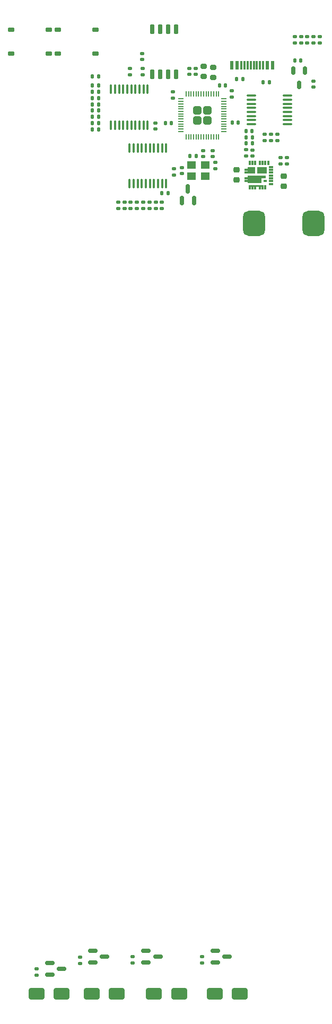
<source format=gtp>
%TF.GenerationSoftware,KiCad,Pcbnew,7.0.2*%
%TF.CreationDate,2023-05-23T23:28:36+01:00*%
%TF.ProjectId,kat_control_board,6b61745f-636f-46e7-9472-6f6c5f626f61,rev?*%
%TF.SameCoordinates,Original*%
%TF.FileFunction,Paste,Top*%
%TF.FilePolarity,Positive*%
%FSLAX46Y46*%
G04 Gerber Fmt 4.6, Leading zero omitted, Abs format (unit mm)*
G04 Created by KiCad (PCBNEW 7.0.2) date 2023-05-23 23:28:36*
%MOMM*%
%LPD*%
G01*
G04 APERTURE LIST*
G04 Aperture macros list*
%AMRoundRect*
0 Rectangle with rounded corners*
0 $1 Rounding radius*
0 $2 $3 $4 $5 $6 $7 $8 $9 X,Y pos of 4 corners*
0 Add a 4 corners polygon primitive as box body*
4,1,4,$2,$3,$4,$5,$6,$7,$8,$9,$2,$3,0*
0 Add four circle primitives for the rounded corners*
1,1,$1+$1,$2,$3*
1,1,$1+$1,$4,$5*
1,1,$1+$1,$6,$7*
1,1,$1+$1,$8,$9*
0 Add four rect primitives between the rounded corners*
20,1,$1+$1,$2,$3,$4,$5,0*
20,1,$1+$1,$4,$5,$6,$7,0*
20,1,$1+$1,$6,$7,$8,$9,0*
20,1,$1+$1,$8,$9,$2,$3,0*%
%AMFreePoly0*
4,1,7,2.200000,0.087500,0.150000,0.087500,0.150000,-0.362500,-0.150000,-0.362500,-0.150000,0.362500,2.200000,0.362500,2.200000,0.087500,2.200000,0.087500,$1*%
%AMFreePoly1*
4,1,9,1.825000,0.255000,1.175000,0.255000,1.175000,-0.500000,0.500000,-0.500000,-0.500000,-0.500000,-1.000000,-0.500000,-1.000000,0.700000,1.825000,0.700000,1.825000,0.255000,1.825000,0.255000,$1*%
G04 Aperture macros list end*
%ADD10RoundRect,0.140000X-0.170000X0.140000X-0.170000X-0.140000X0.170000X-0.140000X0.170000X0.140000X0*%
%ADD11RoundRect,0.135000X0.135000X0.185000X-0.135000X0.185000X-0.135000X-0.185000X0.135000X-0.185000X0*%
%ADD12RoundRect,0.135000X-0.185000X0.135000X-0.185000X-0.135000X0.185000X-0.135000X0.185000X0.135000X0*%
%ADD13RoundRect,0.150000X-0.150000X0.512500X-0.150000X-0.512500X0.150000X-0.512500X0.150000X0.512500X0*%
%ADD14RoundRect,0.250000X-1.000000X-0.650000X1.000000X-0.650000X1.000000X0.650000X-1.000000X0.650000X0*%
%ADD15RoundRect,0.150000X0.150000X-0.650000X0.150000X0.650000X-0.150000X0.650000X-0.150000X-0.650000X0*%
%ADD16RoundRect,0.140000X0.170000X-0.140000X0.170000X0.140000X-0.170000X0.140000X-0.170000X-0.140000X0*%
%ADD17RoundRect,0.135000X0.185000X-0.135000X0.185000X0.135000X-0.185000X0.135000X-0.185000X-0.135000X0*%
%ADD18RoundRect,0.150000X-0.587500X-0.150000X0.587500X-0.150000X0.587500X0.150000X-0.587500X0.150000X0*%
%ADD19RoundRect,0.135000X-0.135000X-0.185000X0.135000X-0.185000X0.135000X0.185000X-0.135000X0.185000X0*%
%ADD20RoundRect,0.140000X0.140000X0.170000X-0.140000X0.170000X-0.140000X-0.170000X0.140000X-0.170000X0*%
%ADD21RoundRect,0.225000X0.250000X-0.225000X0.250000X0.225000X-0.250000X0.225000X-0.250000X-0.225000X0*%
%ADD22RoundRect,0.100000X0.637500X0.100000X-0.637500X0.100000X-0.637500X-0.100000X0.637500X-0.100000X0*%
%ADD23R,0.600000X1.450000*%
%ADD24R,0.300000X1.450000*%
%ADD25RoundRect,0.150000X0.150000X-0.587500X0.150000X0.587500X-0.150000X0.587500X-0.150000X-0.587500X0*%
%ADD26RoundRect,0.875000X-0.875000X-1.125000X0.875000X-1.125000X0.875000X1.125000X-0.875000X1.125000X0*%
%ADD27RoundRect,0.225000X-0.250000X0.225000X-0.250000X-0.225000X0.250000X-0.225000X0.250000X0.225000X0*%
%ADD28RoundRect,0.249999X-0.395001X-0.395001X0.395001X-0.395001X0.395001X0.395001X-0.395001X0.395001X0*%
%ADD29RoundRect,0.050000X-0.387500X-0.050000X0.387500X-0.050000X0.387500X0.050000X-0.387500X0.050000X0*%
%ADD30RoundRect,0.050000X-0.050000X-0.387500X0.050000X-0.387500X0.050000X0.387500X-0.050000X0.387500X0*%
%ADD31R,0.725000X0.300000*%
%ADD32FreePoly0,0.000000*%
%ADD33R,0.300000X0.725000*%
%ADD34R,0.300000X0.730000*%
%ADD35R,1.575000X1.050000*%
%ADD36R,1.150000X1.050000*%
%ADD37FreePoly1,0.000000*%
%ADD38R,0.580000X0.380000*%
%ADD39RoundRect,0.140000X-0.140000X-0.170000X0.140000X-0.170000X0.140000X0.170000X-0.140000X0.170000X0*%
%ADD40RoundRect,0.100000X-0.100000X0.637500X-0.100000X-0.637500X0.100000X-0.637500X0.100000X0.637500X0*%
%ADD41R,1.400000X1.200000*%
%ADD42RoundRect,0.187500X0.312500X0.187500X-0.312500X0.187500X-0.312500X-0.187500X0.312500X-0.187500X0*%
%ADD43RoundRect,0.187500X-0.312500X-0.187500X0.312500X-0.187500X0.312500X0.187500X-0.312500X0.187500X0*%
%ADD44RoundRect,0.200000X-0.275000X0.200000X-0.275000X-0.200000X0.275000X-0.200000X0.275000X0.200000X0*%
G04 APERTURE END LIST*
D10*
X71705000Y-38384000D03*
X71705000Y-39344000D03*
D11*
X79510000Y-37250000D03*
X78490000Y-37250000D03*
D12*
X58100000Y-46590000D03*
X58100000Y-47610000D03*
D11*
X79510000Y-36250000D03*
X78490000Y-36250000D03*
D13*
X87950000Y-25612500D03*
X86050000Y-25612500D03*
X87000000Y-27887500D03*
D11*
X55020000Y-35000000D03*
X54000000Y-35000000D03*
X55020000Y-32000000D03*
X54000000Y-32000000D03*
D14*
X63830834Y-172962500D03*
X67830834Y-172962500D03*
D15*
X63577000Y-26208000D03*
X64847000Y-26208000D03*
X66117000Y-26208000D03*
X67387000Y-26208000D03*
X67387000Y-19008000D03*
X66117000Y-19008000D03*
X64847000Y-19008000D03*
X63577000Y-19008000D03*
D16*
X66879000Y-29974000D03*
X66879000Y-29014000D03*
D17*
X86300000Y-21200000D03*
X86300000Y-20180000D03*
D18*
X73625000Y-166050000D03*
X73625000Y-167950000D03*
X75500000Y-167000000D03*
D17*
X85000000Y-40510000D03*
X85000000Y-39490000D03*
D11*
X55020000Y-34000000D03*
X54000000Y-34000000D03*
D18*
X54062500Y-166050000D03*
X54062500Y-167950000D03*
X55937500Y-167000000D03*
D19*
X76990000Y-27000000D03*
X78010000Y-27000000D03*
D12*
X64100000Y-46570000D03*
X64100000Y-47590000D03*
D20*
X66060000Y-45200000D03*
X65100000Y-45200000D03*
D16*
X84000000Y-40480000D03*
X84000000Y-39520000D03*
D17*
X82500000Y-36770000D03*
X82500000Y-35750000D03*
D21*
X84500000Y-44025000D03*
X84500000Y-42475000D03*
D22*
X85108500Y-34169600D03*
X85108500Y-33519600D03*
X85108500Y-32869600D03*
X85108500Y-32219600D03*
X85108500Y-31569600D03*
X85108500Y-30919600D03*
X85108500Y-30269600D03*
X85108500Y-29619600D03*
X79383500Y-29619600D03*
X79383500Y-30269600D03*
X79383500Y-30919600D03*
X79383500Y-31569600D03*
X79383500Y-32219600D03*
X79383500Y-32869600D03*
X79383500Y-33519600D03*
X79383500Y-34169600D03*
D19*
X69544000Y-39245000D03*
X70564000Y-39245000D03*
D11*
X55020000Y-29000000D03*
X54000000Y-29000000D03*
D23*
X82750000Y-24750000D03*
X81950000Y-24750000D03*
D24*
X80750000Y-24750000D03*
X79750000Y-24750000D03*
X79250000Y-24750000D03*
X78250000Y-24750000D03*
D23*
X77050000Y-24750000D03*
X76250000Y-24750000D03*
X76250000Y-24750000D03*
X77050000Y-24750000D03*
D24*
X77750000Y-24750000D03*
X78750000Y-24750000D03*
X80250000Y-24750000D03*
X81250000Y-24750000D03*
D23*
X81950000Y-24750000D03*
X82750000Y-24750000D03*
D11*
X55020000Y-28000000D03*
X54000000Y-28000000D03*
D18*
X62562500Y-166050000D03*
X62562500Y-167950000D03*
X64437500Y-167000000D03*
D25*
X68300000Y-46375000D03*
X70200000Y-46375000D03*
X69250000Y-44500000D03*
D26*
X79750000Y-50000000D03*
X89250000Y-50000000D03*
D11*
X55020000Y-33000000D03*
X54000000Y-33000000D03*
D27*
X77000000Y-41475000D03*
X77000000Y-43025000D03*
D12*
X45069166Y-168942500D03*
X45069166Y-169962500D03*
X60437500Y-166980000D03*
X60437500Y-168000000D03*
D16*
X76277000Y-29819000D03*
X76277000Y-28859000D03*
D28*
X70740000Y-31930000D03*
X70740000Y-33530000D03*
X72340000Y-31930000D03*
X72340000Y-33530000D03*
D29*
X68102500Y-30130000D03*
X68102500Y-30530000D03*
X68102500Y-30930000D03*
X68102500Y-31330000D03*
X68102500Y-31730000D03*
X68102500Y-32130000D03*
X68102500Y-32530000D03*
X68102500Y-32930000D03*
X68102500Y-33330000D03*
X68102500Y-33730000D03*
X68102500Y-34130000D03*
X68102500Y-34530000D03*
X68102500Y-34930000D03*
X68102500Y-35330000D03*
D30*
X68940000Y-36167500D03*
X69340000Y-36167500D03*
X69740000Y-36167500D03*
X70140000Y-36167500D03*
X70540000Y-36167500D03*
X70940000Y-36167500D03*
X71340000Y-36167500D03*
X71740000Y-36167500D03*
X72140000Y-36167500D03*
X72540000Y-36167500D03*
X72940000Y-36167500D03*
X73340000Y-36167500D03*
X73740000Y-36167500D03*
X74140000Y-36167500D03*
D29*
X74977500Y-35330000D03*
X74977500Y-34930000D03*
X74977500Y-34530000D03*
X74977500Y-34130000D03*
X74977500Y-33730000D03*
X74977500Y-33330000D03*
X74977500Y-32930000D03*
X74977500Y-32530000D03*
X74977500Y-32130000D03*
X74977500Y-31730000D03*
X74977500Y-31330000D03*
X74977500Y-30930000D03*
X74977500Y-30530000D03*
X74977500Y-30130000D03*
D30*
X74140000Y-29292500D03*
X73740000Y-29292500D03*
X73340000Y-29292500D03*
X72940000Y-29292500D03*
X72540000Y-29292500D03*
X72140000Y-29292500D03*
X71740000Y-29292500D03*
X71340000Y-29292500D03*
X70940000Y-29292500D03*
X70540000Y-29292500D03*
X70140000Y-29292500D03*
X69740000Y-29292500D03*
X69340000Y-29292500D03*
X68940000Y-29292500D03*
D20*
X66625000Y-33987200D03*
X65665000Y-33987200D03*
D14*
X53866668Y-172962500D03*
X57866668Y-172962500D03*
D31*
X78625000Y-41440000D03*
X78625000Y-41890000D03*
X78625000Y-42790000D03*
X78625000Y-43240000D03*
D32*
X79087500Y-44202500D03*
D33*
X79537500Y-44202500D03*
X79987500Y-44202500D03*
X80687500Y-44202500D03*
X81137500Y-44202500D03*
D34*
X81587500Y-44200000D03*
D31*
X82500000Y-43690000D03*
X82500000Y-43240000D03*
X82500000Y-42790000D03*
X82500000Y-42340000D03*
X82500000Y-41890000D03*
X82500000Y-41440000D03*
X82500000Y-40990000D03*
D33*
X82037500Y-40327500D03*
X81587500Y-40327500D03*
X81137500Y-40327500D03*
X80687500Y-40327500D03*
X79987500Y-40327500D03*
X79537500Y-40327500D03*
X79087500Y-40327500D03*
D35*
X81050000Y-41515000D03*
D36*
X79387500Y-41515000D03*
D37*
X79812500Y-43040000D03*
D38*
X81547500Y-43255000D03*
D39*
X76333000Y-33911000D03*
X77293000Y-33911000D03*
D12*
X61100000Y-46570000D03*
X61100000Y-47590000D03*
X59100000Y-46570000D03*
X59100000Y-47590000D03*
D16*
X89300000Y-28250000D03*
X89300000Y-27290000D03*
D17*
X67000000Y-42260000D03*
X67000000Y-41240000D03*
D20*
X79480000Y-35250000D03*
X78520000Y-35250000D03*
D17*
X90300000Y-21210000D03*
X90300000Y-20190000D03*
D40*
X62808000Y-28567000D03*
X62158000Y-28567000D03*
X61508000Y-28567000D03*
X60858000Y-28567000D03*
X60208000Y-28567000D03*
X59558000Y-28567000D03*
X58908000Y-28567000D03*
X58258000Y-28567000D03*
X57608000Y-28567000D03*
X56958000Y-28567000D03*
X56958000Y-34292000D03*
X57608000Y-34292000D03*
X58258000Y-34292000D03*
X58908000Y-34292000D03*
X59558000Y-34292000D03*
X60208000Y-34292000D03*
X60858000Y-34292000D03*
X61508000Y-34292000D03*
X62158000Y-34292000D03*
X62808000Y-34292000D03*
D12*
X65100000Y-46570000D03*
X65100000Y-47590000D03*
D10*
X73610000Y-40289000D03*
X73610000Y-41249000D03*
D17*
X81500000Y-36760000D03*
X81500000Y-35740000D03*
D12*
X62000000Y-25230000D03*
X62000000Y-26250000D03*
D17*
X88300000Y-21210000D03*
X88300000Y-20190000D03*
D12*
X60000000Y-25240000D03*
X60000000Y-26260000D03*
D17*
X87300000Y-21200000D03*
X87300000Y-20180000D03*
D18*
X47194166Y-168012500D03*
X47194166Y-169912500D03*
X49069166Y-168962500D03*
D14*
X73500000Y-172962500D03*
X77500000Y-172962500D03*
D39*
X74270000Y-28000000D03*
X75230000Y-28000000D03*
D10*
X64008800Y-33964400D03*
X64008800Y-34924400D03*
D12*
X71500000Y-166980000D03*
X71500000Y-168000000D03*
D16*
X69500000Y-26230000D03*
X69500000Y-25270000D03*
D12*
X52062500Y-167050000D03*
X52062500Y-168070000D03*
D16*
X70500000Y-26230000D03*
X70500000Y-25270000D03*
D11*
X82260000Y-27500000D03*
X81240000Y-27500000D03*
D40*
X65765400Y-37931900D03*
X65115400Y-37931900D03*
X64465400Y-37931900D03*
X63815400Y-37931900D03*
X63165400Y-37931900D03*
X62515400Y-37931900D03*
X61865400Y-37931900D03*
X61215400Y-37931900D03*
X60565400Y-37931900D03*
X59915400Y-37931900D03*
X59915400Y-43656900D03*
X60565400Y-43656900D03*
X61215400Y-43656900D03*
X61865400Y-43656900D03*
X62515400Y-43656900D03*
X63165400Y-43656900D03*
X63815400Y-43656900D03*
X64465400Y-43656900D03*
X65115400Y-43656900D03*
X65765400Y-43656900D03*
D17*
X83500000Y-36760000D03*
X83500000Y-35740000D03*
D12*
X60100000Y-46570000D03*
X60100000Y-47590000D03*
D16*
X79500000Y-39230000D03*
X79500000Y-38270000D03*
X68300000Y-42030000D03*
X68300000Y-41070000D03*
D10*
X73229000Y-38384000D03*
X73229000Y-39344000D03*
D41*
X69800000Y-42420000D03*
X72000000Y-42420000D03*
X72000000Y-40720000D03*
X69800000Y-40720000D03*
D14*
X45069166Y-172962500D03*
X49069166Y-172962500D03*
D17*
X89300000Y-21210000D03*
X89300000Y-20190000D03*
D11*
X55020000Y-31000000D03*
X54000000Y-31000000D03*
D17*
X78500000Y-39260000D03*
X78500000Y-38240000D03*
D42*
X47000000Y-22875000D03*
X41000000Y-22875000D03*
X47000000Y-19125000D03*
X41000000Y-19125000D03*
D12*
X63100000Y-46580000D03*
X63100000Y-47600000D03*
D43*
X48500000Y-19125000D03*
X54500000Y-19125000D03*
X48500000Y-22875000D03*
X54500000Y-22875000D03*
D39*
X86290000Y-24000000D03*
X87250000Y-24000000D03*
D44*
X73250000Y-25100000D03*
X73250000Y-26750000D03*
X71750000Y-24925000D03*
X71750000Y-26575000D03*
D11*
X55010000Y-30000000D03*
X53990000Y-30000000D03*
X55010000Y-26500000D03*
X53990000Y-26500000D03*
D10*
X61926000Y-22884000D03*
X61926000Y-23844000D03*
D12*
X62100000Y-46580000D03*
X62100000Y-47600000D03*
M02*

</source>
